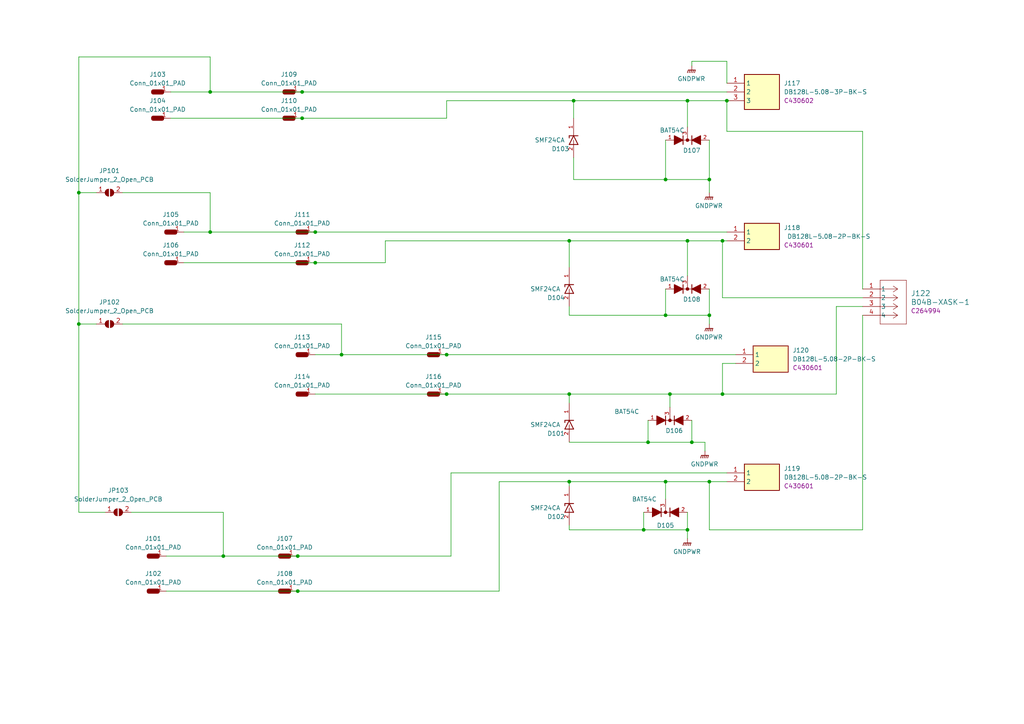
<source format=kicad_sch>
(kicad_sch (version 20230121) (generator eeschema)
  (paper "A4")
  (lib_symbols
    (symbol "PCB_Library:1729128"
      (property "Reference" "J" (at 16.51 7.62 0))
      (property "Value" "XY128V-A-5.08-2P" (at 16.51 5.08 0))
      (property "LCSC" "C557665" (at 8.89 6.35 0))
      (symbol "1729128_1_1"
        (rectangle (start 5.08 2.54) (end 15.24 -5.08) (stroke (width 0.254)) (fill (type background)))
        (pin passive line (at 0 0 0) (length 5.08) (name "1") (number "1"))
        (pin passive line (at 0 -2.54 0) (length 5.08) (name "2") (number "2"))
      )
    )
    (symbol "PCB_Library:B04B-XASK-1" (pin_names (offset 0.254))
      (property "Reference" "J" (at 8.89 6.35 0))
      (property "Value" "B04B-XASK-1" (at 2.54 10.16 0))
      (property "LCSC" "C264994" (at -5.08 3.81 0))
      (symbol "B04B-XASK-1_1_1"
        (polyline (pts (xy 5.08 -10.16) (xy 12.7 -10.16)) (stroke (width 0.127)))
        (polyline (pts (xy 5.08 2.54) (xy 5.08 -10.16)) (stroke (width 0.127)))
        (polyline (pts (xy 10.16 -7.62) (xy 5.08 -7.62)) (stroke (width 0.127)))
        (polyline (pts (xy 10.16 -7.62) (xy 8.89 -8.4667)) (stroke (width 0.127)))
        (polyline (pts (xy 10.16 -7.62) (xy 8.89 -6.7733)) (stroke (width 0.127)))
        (polyline (pts (xy 10.16 -5.08) (xy 5.08 -5.08)) (stroke (width 0.127)))
        (polyline (pts (xy 10.16 -5.08) (xy 8.89 -5.9267)) (stroke (width 0.127)))
        (polyline (pts (xy 10.16 -5.08) (xy 8.89 -4.2333)) (stroke (width 0.127)))
        (polyline (pts (xy 10.16 -2.54) (xy 5.08 -2.54)) (stroke (width 0.127)))
        (polyline (pts (xy 10.16 -2.54) (xy 8.89 -3.3867)) (stroke (width 0.127)))
        (polyline (pts (xy 10.16 -2.54) (xy 8.89 -1.6933)) (stroke (width 0.127)))
        (polyline (pts (xy 10.16 0) (xy 5.08 0)) (stroke (width 0.127)))
        (polyline (pts (xy 10.16 0) (xy 8.89 -0.8467)) (stroke (width 0.127)))
        (polyline (pts (xy 10.16 0) (xy 8.89 0.8467)) (stroke (width 0.127)))
        (polyline (pts (xy 12.7 -10.16) (xy 12.7 2.54)) (stroke (width 0.127)))
        (polyline (pts (xy 12.7 2.54) (xy 5.08 2.54)) (stroke (width 0.127)))
        (pin unspecified line (at 0 0 0) (length 5.08) (name "1") (number "1"))
        (pin unspecified line (at 0 -2.54 0) (length 5.08) (name "2") (number "2"))
        (pin unspecified line (at 0 -5.08 0) (length 5.08) (name "3") (number "3"))
        (pin unspecified line (at 0 -7.62 0) (length 5.08) (name "4") (number "4"))
      )
      (symbol "B04B-XASK-1_1_2"
        (polyline (pts (xy 5.08 -10.16) (xy 12.7 -10.16)) (stroke (width 0.127)))
        (polyline (pts (xy 5.08 2.54) (xy 5.08 -10.16)) (stroke (width 0.127)))
        (polyline (pts (xy 7.62 -7.62) (xy 5.08 -7.62)) (stroke (width 0.127)))
        (polyline (pts (xy 7.62 -7.62) (xy 8.89 -8.4667)) (stroke (width 0.127)))
        (polyline (pts (xy 7.62 -7.62) (xy 8.89 -6.7733)) (stroke (width 0.127)))
        (polyline (pts (xy 7.62 -5.08) (xy 5.08 -5.08)) (stroke (width 0.127)))
        (polyline (pts (xy 7.62 -5.08) (xy 8.89 -5.9267)) (stroke (width 0.127)))
        (polyline (pts (xy 7.62 -5.08) (xy 8.89 -4.2333)) (stroke (width 0.127)))
        (polyline (pts (xy 7.62 -2.54) (xy 5.08 -2.54)) (stroke (width 0.127)))
        (polyline (pts (xy 7.62 -2.54) (xy 8.89 -3.3867)) (stroke (width 0.127)))
        (polyline (pts (xy 7.62 -2.54) (xy 8.89 -1.6933)) (stroke (width 0.127)))
        (polyline (pts (xy 7.62 0) (xy 5.08 0)) (stroke (width 0.127)))
        (polyline (pts (xy 7.62 0) (xy 8.89 -0.8467)) (stroke (width 0.127)))
        (polyline (pts (xy 7.62 0) (xy 8.89 0.8467)) (stroke (width 0.127)))
        (polyline (pts (xy 12.7 -10.16) (xy 12.7 2.54)) (stroke (width 0.127)))
        (polyline (pts (xy 12.7 2.54) (xy 5.08 2.54)) (stroke (width 0.127)))
        (pin unspecified line (at 0 0 0) (length 5.08) (name "1") (number "1"))
        (pin unspecified line (at 0 -2.54 0) (length 5.08) (name "2") (number "2"))
        (pin unspecified line (at 0 -5.08 0) (length 5.08) (name "3") (number "3"))
        (pin unspecified line (at 0 -7.62 0) (length 5.08) (name "4") (number "4"))
      )
    )
    (symbol "PCB_Library:BAT54C" (pin_names (offset 1.016))
      (property "Reference" "D" (at 6.35 5.08 0))
      (property "Value" "BAT54C" (at 5.08 -5.08 0))
      (symbol "BAT54C_0_0"
        (polyline (pts (xy -1.27 -1.27) (xy 1.27 -1.27)) (stroke (width 0.254)))
        (polyline (pts (xy 0 1.27) (xy -1.27 1.27)) (stroke (width 0.254)))
        (polyline (pts (xy 0 1.27) (xy 0 -1.27)) (stroke (width 0.1524)))
        (polyline (pts (xy 1.27 1.27) (xy 0 1.27)) (stroke (width 0.254)))
        (polyline (pts (xy -1.27 -3.81) (xy 0 -1.27) (xy 1.27 -3.81) (xy -1.27 -3.81)) (stroke (width 0.254)) (fill (type outline)))
        (polyline (pts (xy -1.27 3.81) (xy 1.27 3.81) (xy 0 1.27) (xy -1.27 3.81)) (stroke (width 0.254)) (fill (type outline)))
        (circle (center 0 0) (radius 0.254) (stroke (width 0.508)))
        (pin passive line (at 0 6.35 270) (length 2.54) (name "~") (number "1"))
        (pin passive line (at 0 -6.35 90) (length 2.54) (name "~") (number "2"))
        (pin passive line (at 3.81 0 180) (length 3.54) (name "~") (number "3"))
      )
    )
    (symbol "PCB_Library:Conn_01x01_PAD" (pin_names (offset 1.016) hide)
      (property "Reference" "J" (at 0 2.54 0))
      (property "Value" "Conn_01x01_PAD" (at 1.27 -3.81 0))
      (symbol "Conn_01x01_PAD_1_1"
        (polyline (pts (xy 1.27 0) (xy 0.8636 0)) (stroke (width 0.1524)))
        (rectangle (start 0 0.127) (end 2.54 -0.127) (stroke (width 1.2192)) (fill (type outline)))
        (pin passive line (at 5.08 0 180) (length 3.81) (name "Pin_1") (number "1"))
      )
    )
    (symbol "PCB_Library:SMBJ24A" (pin_names (offset 1.016))
      (property "Reference" "D" (at -5.0835 2.4159 0))
      (property "Value" "SMBJ24A" (at -5.0854 -4.9611 0))
      (symbol "SMBJ24A_0_0"
        (polyline (pts (xy -1.27 -1.27) (xy -1.27 0)) (stroke (width 0.254)))
        (polyline (pts (xy -1.27 0) (xy -1.27 1.27)) (stroke (width 0.254)))
        (polyline (pts (xy -1.27 0) (xy 1.27 -1.27)) (stroke (width 0.254)))
        (polyline (pts (xy -0.635 -1.27) (xy -1.27 -1.27)) (stroke (width 0.254)))
        (polyline (pts (xy 1.27 -1.27) (xy 1.27 1.27)) (stroke (width 0.254)))
        (polyline (pts (xy 1.27 1.27) (xy -1.27 0)) (stroke (width 0.254)))
      )
      (symbol "SMBJ24A_1_0"
        (pin passive line (at -6.35 0 0) (length 5.08) (name "~") (number "1"))
        (pin passive line (at 5.08 0 180) (length 5.08) (name "~") (number "2"))
      )
    )
    (symbol "PCB_Library:SolderJumper_2_Open" (pin_names (offset 0) hide)
      (property "Reference" "JP" (at 0 2.032 0))
      (property "Value" "SolderJumper_2_Open_PCB" (at 0 -2.54 0))
      (symbol "SolderJumper_2_Open_0_1"
        (arc (start -0.254 1.016) (mid -1.2656 0) (end -0.254 -1.016))
        (arc (start -0.254 1.016) (mid -1.2656 0) (end -0.254 -1.016) (fill (type outline)))
        (polyline (pts (xy -0.254 1.016) (xy -0.254 -1.016)))
        (polyline (pts (xy 0.254 1.016) (xy 0.254 -1.016)))
        (arc (start 0.254 -1.016) (mid 1.2656 0) (end 0.254 1.016))
        (arc (start 0.254 -1.016) (mid 1.2656 0) (end 0.254 1.016) (fill (type outline)))
      )
      (symbol "SolderJumper_2_Open_1_1"
        (pin passive line (at -3.81 0 0) (length 2.54) (name "A") (number "1"))
        (pin passive line (at 3.81 0 180) (length 2.54) (name "B") (number "2"))
      )
    )
    (symbol "PCB_Library:XY128V-A-5.08-3P"
      (property "Reference" "J" (at 16.51 7.62 0))
      (property "Value" "XY128V-A-5.08-3P" (at 16.51 5.08 0))
      (property "LCSC" "C557666" (at 8.89 6.35 0))
      (symbol "XY128V-A-5.08-3P_1_1"
        (rectangle (start 5.08 2.54) (end 15.24 -7.62) (stroke (width 0.254)) (fill (type background)))
        (pin passive line (at 0 0 0) (length 5.08) (name "1") (number "1"))
        (pin passive line (at 0 -2.54 0) (length 5.08) (name "2") (number "2"))
        (pin passive line (at 0 -5.08 0) (length 5.08) (name "3") (number "3"))
      )
    )
    (symbol "power:GNDPWR" (power) (pin_names (offset 0))
      (property "Value" "GNDPWR" (at 0 -3.302 0))
      (symbol "GNDPWR_0_1"
        (polyline (pts (xy 0 -1.27) (xy 0 0)))
        (polyline (pts (xy -1.016 -1.27) (xy -1.27 -2.032) (xy -1.27 -2.032)) (stroke (width 0.2032)))
        (polyline (pts (xy -0.508 -1.27) (xy -0.762 -2.032) (xy -0.762 -2.032)) (stroke (width 0.2032)))
        (polyline (pts (xy 0 -1.27) (xy -0.254 -2.032) (xy -0.254 -2.032)) (stroke (width 0.2032)))
        (polyline (pts (xy 0.508 -1.27) (xy 0.254 -2.032) (xy 0.254 -2.032)) (stroke (width 0.2032)))
        (polyline (pts (xy 1.016 -1.27) (xy -1.016 -1.27) (xy -1.016 -1.27)) (stroke (width 0.2032)))
        (polyline (pts (xy 1.016 -1.27) (xy 0.762 -2.032) (xy 0.762 -2.032) (xy 0.762 -2.032)) (stroke (width 0.2032)))
      )
      (symbol "GNDPWR_1_1"
        (pin power_in line (at 0 0 270) (length 0) hide (name "GNDPWR") (number "1"))
      )
    )
  )
  (junction (at 87.63 34.29))
  (junction (at 193.04 91.44))
  (junction (at 22.86 55.88))
  (junction (at 205.74 52.07))
  (junction (at 60.96 67.31))
  (junction (at 194.31 114.3))
  (junction (at 209.55 114.3))
  (junction (at 86.36 161.29))
  (junction (at 22.86 93.98))
  (junction (at 64.77 161.29))
  (junction (at 165.1 139.7))
  (junction (at 129.54 102.87))
  (junction (at 199.39 29.21))
  (junction (at 91.44 76.2))
  (junction (at 99.06 102.87))
  (junction (at 200.66 128.27))
  (junction (at 86.36 171.45))
  (junction (at 205.74 91.44))
  (junction (at 199.39 153.67))
  (junction (at 199.39 69.85))
  (junction (at 165.1 69.85))
  (junction (at 87.63 26.67))
  (junction (at 129.54 114.3))
  (junction (at 187.96 128.27))
  (junction (at 60.96 26.67))
  (junction (at 193.04 52.07))
  (junction (at 209.55 69.85))
  (junction (at 186.69 153.67))
  (junction (at 165.1 114.3))
  (junction (at 205.74 139.7))
  (junction (at 210.82 29.21))
  (junction (at 193.04 139.7))
  (junction (at 166.37 29.21))
  (junction (at 91.44 67.31))
  (wire (pts (xy 130.81 137.16) (xy 210.82 137.16)))
  (wire (pts (xy 250.19 86.36) (xy 209.55 86.36)))
  (wire (pts (xy 209.55 105.41) (xy 209.55 114.3)))
  (wire (pts (xy 22.86 148.59) (xy 22.86 93.98)))
  (wire (pts (xy 130.81 161.29) (xy 130.81 137.16)))
  (wire (pts (xy 194.31 114.3) (xy 194.31 118.11)))
  (wire (pts (xy 165.1 152.4) (xy 165.1 153.67)))
  (wire (pts (xy 22.86 93.98) (xy 27.94 93.98)))
  (wire (pts (xy 165.1 153.67) (xy 186.69 153.67)))
  (wire (pts (xy 111.76 69.85) (xy 111.76 76.2)))
  (wire (pts (xy 199.39 69.85) (xy 209.55 69.85)))
  (wire (pts (xy 165.1 91.44) (xy 165.1 88.9)))
  (wire (pts (xy 193.04 91.44) (xy 205.74 91.44)))
  (wire (pts (xy 166.37 52.07) (xy 193.04 52.07)))
  (wire (pts (xy 99.06 102.87) (xy 129.54 102.87)))
  (wire (pts (xy 111.76 69.85) (xy 165.1 69.85)))
  (wire (pts (xy 209.55 69.85) (xy 210.82 69.85)))
  (wire (pts (xy 200.66 121.92) (xy 200.66 128.27)))
  (wire (pts (xy 242.57 114.3) (xy 242.57 88.9)))
  (wire (pts (xy 87.63 26.67) (xy 210.82 26.67)))
  (wire (pts (xy 129.54 29.21) (xy 129.54 34.29)))
  (wire (pts (xy 166.37 45.72) (xy 166.37 52.07)))
  (wire (pts (xy 204.47 128.27) (xy 200.66 128.27)))
  (wire (pts (xy 209.55 114.3) (xy 242.57 114.3)))
  (wire (pts (xy 144.78 139.7) (xy 144.78 171.45)))
  (wire (pts (xy 200.66 17.78) (xy 210.82 17.78)))
  (wire (pts (xy 199.39 148.59) (xy 199.39 153.67)))
  (wire (pts (xy 49.53 34.29) (xy 87.63 34.29)))
  (wire (pts (xy 205.74 83.82) (xy 205.74 91.44)))
  (wire (pts (xy 205.74 139.7) (xy 210.82 139.7)))
  (wire (pts (xy 193.04 139.7) (xy 205.74 139.7)))
  (wire (pts (xy 60.96 67.31) (xy 91.44 67.31)))
  (wire (pts (xy 165.1 114.3) (xy 165.1 116.84)))
  (wire (pts (xy 91.44 76.2) (xy 111.76 76.2)))
  (wire (pts (xy 129.54 29.21) (xy 166.37 29.21)))
  (wire (pts (xy 91.44 67.31) (xy 210.82 67.31)))
  (wire (pts (xy 209.55 105.41) (xy 213.36 105.41)))
  (wire (pts (xy 210.82 38.1) (xy 250.19 38.1)))
  (wire (pts (xy 35.56 55.88) (xy 60.96 55.88)))
  (wire (pts (xy 193.04 40.64) (xy 193.04 52.07)))
  (wire (pts (xy 166.37 29.21) (xy 199.39 29.21)))
  (wire (pts (xy 199.39 156.21) (xy 199.39 153.67)))
  (wire (pts (xy 30.48 148.59) (xy 22.86 148.59)))
  (wire (pts (xy 194.31 114.3) (xy 209.55 114.3)))
  (wire (pts (xy 242.57 88.9) (xy 250.19 88.9)))
  (wire (pts (xy 165.1 114.3) (xy 194.31 114.3)))
  (wire (pts (xy 64.77 148.59) (xy 64.77 161.29)))
  (wire (pts (xy 87.63 34.29) (xy 129.54 34.29)))
  (wire (pts (xy 205.74 153.67) (xy 250.19 153.67)))
  (wire (pts (xy 209.55 86.36) (xy 209.55 69.85)))
  (wire (pts (xy 205.74 40.64) (xy 205.74 52.07)))
  (wire (pts (xy 129.54 114.3) (xy 165.1 114.3)))
  (wire (pts (xy 53.34 67.31) (xy 60.96 67.31)))
  (wire (pts (xy 165.1 128.27) (xy 187.96 128.27)))
  (wire (pts (xy 187.96 121.92) (xy 187.96 128.27)))
  (wire (pts (xy 99.06 93.98) (xy 99.06 102.87)))
  (wire (pts (xy 165.1 139.7) (xy 193.04 139.7)))
  (wire (pts (xy 144.78 139.7) (xy 165.1 139.7)))
  (wire (pts (xy 187.96 128.27) (xy 200.66 128.27)))
  (wire (pts (xy 210.82 29.21) (xy 210.82 38.1)))
  (wire (pts (xy 22.86 55.88) (xy 22.86 93.98)))
  (wire (pts (xy 165.1 139.7) (xy 165.1 140.97)))
  (wire (pts (xy 205.74 139.7) (xy 205.74 153.67)))
  (wire (pts (xy 205.74 55.88) (xy 205.74 52.07)))
  (wire (pts (xy 22.86 16.51) (xy 60.96 16.51)))
  (wire (pts (xy 186.69 148.59) (xy 186.69 153.67)))
  (wire (pts (xy 250.19 153.67) (xy 250.19 91.44)))
  (wire (pts (xy 210.82 17.78) (xy 210.82 24.13)))
  (wire (pts (xy 60.96 55.88) (xy 60.96 67.31)))
  (wire (pts (xy 27.94 55.88) (xy 22.86 55.88)))
  (wire (pts (xy 165.1 91.44) (xy 193.04 91.44)))
  (wire (pts (xy 60.96 26.67) (xy 87.63 26.67)))
  (wire (pts (xy 60.96 16.51) (xy 60.96 26.67)))
  (wire (pts (xy 193.04 139.7) (xy 193.04 144.78)))
  (wire (pts (xy 86.36 161.29) (xy 130.81 161.29)))
  (wire (pts (xy 129.54 102.87) (xy 213.36 102.87)))
  (wire (pts (xy 48.26 161.29) (xy 64.77 161.29)))
  (wire (pts (xy 199.39 29.21) (xy 210.82 29.21)))
  (wire (pts (xy 64.77 161.29) (xy 86.36 161.29)))
  (wire (pts (xy 186.69 153.67) (xy 199.39 153.67)))
  (wire (pts (xy 35.56 93.98) (xy 99.06 93.98)))
  (wire (pts (xy 250.19 38.1) (xy 250.19 83.82)))
  (wire (pts (xy 22.86 16.51) (xy 22.86 55.88)))
  (wire (pts (xy 204.47 130.81) (xy 204.47 128.27)))
  (wire (pts (xy 48.26 171.45) (xy 86.36 171.45)))
  (wire (pts (xy 165.1 69.85) (xy 199.39 69.85)))
  (wire (pts (xy 199.39 29.21) (xy 199.39 36.83)))
  (wire (pts (xy 205.74 93.98) (xy 205.74 91.44)))
  (wire (pts (xy 53.34 76.2) (xy 91.44 76.2)))
  (wire (pts (xy 193.04 52.07) (xy 205.74 52.07)))
  (wire (pts (xy 144.78 171.45) (xy 86.36 171.45)))
  (wire (pts (xy 200.66 17.78) (xy 200.66 19.05)))
  (wire (pts (xy 91.44 114.3) (xy 129.54 114.3)))
  (wire (pts (xy 165.1 69.85) (xy 165.1 77.47)))
  (wire (pts (xy 199.39 69.85) (xy 199.39 80.01)))
  (wire (pts (xy 193.04 83.82) (xy 193.04 91.44)))
  (wire (pts (xy 166.37 29.21) (xy 166.37 34.29)))
  (wire (pts (xy 91.44 102.87) (xy 99.06 102.87)))
  (wire (pts (xy 38.1 148.59) (xy 64.77 148.59)))
  (wire (pts (xy 49.53 26.67) (xy 60.96 26.67)))
  (symbol (lib_id "PCB_Library:Conn_01x01_PAD") (at 124.46 114.3 0) (unit 1)
    (property "Reference" "J116" (at 125.73 109.22 0))
    (property "Value" "Conn_01x01_PAD" (at 125.73 111.76 0))
    (property "Footprint" "PCB_FOOTPRINT_Library:Conn_pin_PLC" (effects hide))
  )
  (symbol (lib_id "PCB_Library:SolderJumper_2_Open") (at 34.29 148.59 0) (unit 1)
    (property "Reference" "JP103" (at 34.29 142.24 0))
    (property "Value" "SolderJumper_2_Open_PCB" (at 34.29 144.78 0))
    (property "Footprint" "PCB_FOOTPRINT_Library:SolderJumper-2_P2.6mm_Open_RoundedPad2.0x3mm" (effects hide))
  )
  (symbol (lib_id "PCB_Library:SMBJ24A") (at 166.37 40.64 270) (unit 1)
    (property "Reference" "D103" (at 165.1 43.18 90) (effects (justify right)))
    (property "Value" "SMF24CA" (at 163.83 40.64 90) (effects (justify right)))
    (property "Footprint" "Diode_SMD:D_SOD-123F" (effects hide))
    (property "Datasheet" "https://jlcpcb.com/partdetail/Hongjiacheng-SMF24CA/C19077515" (effects hide))
    (property "MAXIMUM_PACKAGE_HEIGHT" "2.65 mm" (effects hide))
    (property "MANUFACTURER" "hongjiacheng" (effects hide))
    (property "STANDARD" "IPC-7351B" (effects hide))
    (property "LCSC" "C19077515" (effects hide))
  )
  (symbol (lib_id "PCB_Library:1729128") (at 210.82 137.16 0) (unit 1)
    (property "Reference" "J119" (at 227.33 135.89 0) (effects (justify left)))
    (property "Value" "DB128L-5.08-2P-BK-S" (at 227.33 138.43 0) (effects (justify left)))
    (property "Footprint" "PCB_FOOTPRINT_Library:1729128" (effects hide))
    (property "Datasheet" "https://jlcpcb.com/partdetail/581028-XY128V_A_5_082P/C557665" (effects hide))
    (property "Height" "10.15" (effects hide))
    (property "Mouser Part Number" "651-1729128" (effects hide))
    (property "LCSC" "C430601" (at 227.33 140.97 0) (effects (justify left)))
  )
  (symbol (lib_id "PCB_Library:SolderJumper_2_Open") (at 31.75 55.88 0) (unit 1)
    (property "Reference" "JP101" (at 31.75 49.53 0))
    (property "Value" "SolderJumper_2_Open_PCB" (at 31.75 52.07 0))
    (property "Footprint" "PCB_FOOTPRINT_Library:SolderJumper-2_P2.6mm_Open_RoundedPad2.0x3mm" (effects hide))
  )
  (symbol (lib_id "PCB_Library:1729128") (at 210.82 67.31 0) (unit 1)
    (property "Reference" "J118" (at 227.33 66.04 0) (effects (justify left)))
    (property "Value" " DB128L-5.08-2P-BK-S" (at 227.33 68.58 0) (effects (justify left)))
    (property "Footprint" "PCB_FOOTPRINT_Library:1729128" (effects hide))
    (property "Datasheet" "https://jlcpcb.com/partdetail/581028-XY128V_A_5_082P/C557665" (effects hide))
    (property "Height" "10.15" (effects hide))
    (property "Mouser Part Number" "651-1729128" (effects hide))
    (property "LCSC" "C430601" (at 227.33 71.12 0) (effects (justify left)))
  )
  (symbol (lib_id "PCB_Library:SMBJ24A") (at 165.1 83.82 270) (unit 1)
    (property "Reference" "D104" (at 163.83 86.36 90) (effects (justify right)))
    (property "Value" "SMF24CA" (at 162.56 83.82 90) (effects (justify right)))
    (property "Footprint" "Diode_SMD:D_SOD-123F" (effects hide))
    (property "Datasheet" "https://jlcpcb.com/partdetail/Hongjiacheng-SMF24CA/C19077515" (effects hide))
    (property "MAXIMUM_PACKAGE_HEIGHT" "2.65 mm" (effects hide))
    (property "MANUFACTURER" "hongjiacheng" (effects hide))
    (property "STANDARD" "IPC-7351B" (effects hide))
    (property "LCSC" "C19077515" (effects hide))
  )
  (symbol (lib_id "power:GNDPWR") (at 199.39 156.21 0) (unit 1)
    (property "Reference" "#PWR0105" (effects hide))
    (property "Value" "GNDPWR" (at 199.263 160.02 0))
  )
  (symbol (lib_id "power:GNDPWR") (at 204.47 130.81 0) (unit 1)
    (property "Reference" "#PWR0103" (effects hide))
    (property "Value" "GNDPWR" (at 204.343 134.62 0))
  )
  (symbol (lib_id "power:GNDPWR") (at 205.74 93.98 0) (unit 1)
    (property "Reference" "#PWR0104" (effects hide))
    (property "Value" "GNDPWR" (at 205.613 97.79 0))
  )
  (symbol (lib_id "PCB_Library:B04B-XASK-1") (at 250.19 83.82 0) (unit 1)
    (property "Reference" "J122" (at 264.16 85.09 0) (effects (font (size 1.524 1.524)) (justify left)))
    (property "Value" "B04B-XASK-1" (at 264.16 87.63 0) (effects (font (size 1.524 1.524)) (justify left)))
    (property "Footprint" "PCB_FOOTPRINT_Library:CONN_B04B-XASK-1_JST" (effects hide))
    (property "Datasheet" "B04B-XASK-1" (effects hide))
    (property "LCSC" "C264994" (at 264.16 90.17 0) (effects (justify left)))
  )
  (symbol (lib_id "PCB_Library:Conn_01x01_PAD") (at 82.55 26.67 0) (unit 1)
    (property "Reference" "J109" (at 83.82 21.59 0))
    (property "Value" "Conn_01x01_PAD" (at 83.82 24.13 0))
    (property "Footprint" "PCB_FOOTPRINT_Library:Conn_pin_PLC" (effects hide))
  )
  (symbol (lib_id "PCB_Library:Conn_01x01_PAD") (at 81.28 171.45 0) (unit 1)
    (property "Reference" "J108" (at 82.55 166.37 0))
    (property "Value" "Conn_01x01_PAD" (at 82.55 168.91 0))
    (property "Footprint" "PCB_FOOTPRINT_Library:Conn_pin_PLC" (effects hide))
  )
  (symbol (lib_id "power:GNDPWR") (at 200.66 19.05 0) (unit 1)
    (property "Reference" "#PWR0101" (effects hide))
    (property "Value" "GNDPWR" (at 200.533 22.86 0))
  )
  (symbol (lib_id "power:GNDPWR") (at 205.74 55.88 0) (unit 1)
    (property "Reference" "#PWR0102" (effects hide))
    (property "Value" "GNDPWR" (at 205.613 59.69 0))
  )
  (symbol (lib_id "PCB_Library:Conn_01x01_PAD") (at 86.36 114.3 0) (unit 1)
    (property "Reference" "J114" (at 87.63 109.22 0))
    (property "Value" "Conn_01x01_PAD" (at 87.63 111.76 0))
    (property "Footprint" "PCB_FOOTPRINT_Library:Conn_pin_PLC" (effects hide))
  )
  (symbol (lib_id "PCB_Library:Conn_01x01_PAD") (at 43.18 161.29 0) (unit 1)
    (property "Reference" "J101" (at 44.45 156.21 0))
    (property "Value" "Conn_01x01_PAD" (at 44.45 158.75 0))
    (property "Footprint" "PCB_FOOTPRINT_Library:Conn_pin_PLC" (effects hide))
  )
  (symbol (lib_id "PCB_Library:Conn_01x01_PAD") (at 81.28 161.29 0) (unit 1)
    (property "Reference" "J107" (at 82.55 156.21 0))
    (property "Value" "Conn_01x01_PAD" (at 82.55 158.75 0))
    (property "Footprint" "PCB_FOOTPRINT_Library:Conn_pin_PLC" (effects hide))
  )
  (symbol (lib_id "PCB_Library:SMBJ24A") (at 165.1 147.32 270) (unit 1)
    (property "Reference" "D102" (at 163.83 149.86 90) (effects (justify right)))
    (property "Value" "SMF24CA" (at 162.56 147.32 90) (effects (justify right)))
    (property "Footprint" "Diode_SMD:D_SOD-123F" (effects hide))
    (property "Datasheet" "https://jlcpcb.com/partdetail/Hongjiacheng-SMF24CA/C19077515" (effects hide))
    (property "MAXIMUM_PACKAGE_HEIGHT" "2.65 mm" (effects hide))
    (property "MANUFACTURER" "hongjiacheng" (effects hide))
    (property "STANDARD" "IPC-7351B" (effects hide))
    (property "LCSC" "C19077515" (effects hide))
  )
  (symbol (lib_id "PCB_Library:Conn_01x01_PAD") (at 86.36 102.87 0) (unit 1)
    (property "Reference" "J113" (at 87.63 97.79 0))
    (property "Value" "Conn_01x01_PAD" (at 87.63 100.33 0))
    (property "Footprint" "PCB_FOOTPRINT_Library:Conn_pin_PLC" (effects hide))
  )
  (symbol (lib_id "PCB_Library:BAT54C") (at 194.31 121.92 90) (unit 1)
    (property "Reference" "D106" (at 198.12 124.9172 90) (effects (justify left)))
    (property "Value" "BAT54C" (at 185.42 119.38 90) (effects (justify left)))
    (property "Footprint" "Package_TO_SOT_SMD:SOT-23" (effects hide))
    (property "Datasheet" "https://datasheet.lcsc.com/lcsc/1811141223_Nexperia-BAT54C-215_C37704.pdf" (effects hide))
    (property "LCSC" "C37704" (effects hide))
    (property "MAX_TEMP" "150 C" (effects hide))
  )
  (symbol (lib_id "PCB_Library:Conn_01x01_PAD") (at 44.45 34.29 0) (unit 1)
    (property "Reference" "J104" (at 45.72 29.21 0))
    (property "Value" "Conn_01x01_PAD" (at 45.72 31.75 0))
    (property "Footprint" "PCB_FOOTPRINT_Library:Conn_pin_PLC" (effects hide))
  )
  (symbol (lib_id "PCB_Library:Conn_01x01_PAD") (at 43.18 171.45 0) (unit 1)
    (property "Reference" "J102" (at 44.45 166.37 0))
    (property "Value" "Conn_01x01_PAD" (at 44.45 168.91 0))
    (property "Footprint" "PCB_FOOTPRINT_Library:Conn_pin_PLC" (effects hide))
  )
  (symbol (lib_id "PCB_Library:BAT54C") (at 199.39 40.64 90) (unit 1)
    (property "Reference" "D107" (at 203.2 43.6372 90) (effects (justify left)))
    (property "Value" "BAT54C" (at 198.5772 37.7952 90) (effects (justify left)))
    (property "Footprint" "Package_TO_SOT_SMD:SOT-23" (effects hide))
    (property "Datasheet" "https://datasheet.lcsc.com/lcsc/1811141223_Nexperia-BAT54C-215_C37704.pdf" (effects hide))
    (property "LCSC" "C37704" (effects hide))
    (property "MAX_TEMP" "150 C" (effects hide))
  )
  (symbol (lib_id "PCB_Library:XY128V-A-5.08-3P") (at 210.82 24.13 0) (unit 1)
    (property "Reference" "J117" (at 227.33 24.13 0) (effects (justify left)))
    (property "Value" "DB128L-5.08-3P-BK-S" (at 227.33 26.67 0) (effects (justify left)))
    (property "Footprint" "PCB_FOOTPRINT_Library:XY128V-A-5.08-3P" (effects hide))
    (property "Datasheet" "https://jlcpcb.com/partdetail/581029-XY128V_A_5_083P/C557666" (effects hide))
    (property "Height" "10.15" (effects hide))
    (property "LCSC" "C430602" (at 227.33 29.21 0) (effects (justify left)))
  )
  (symbol (lib_id "PCB_Library:1729128") (at 213.36 102.87 0) (unit 1)
    (property "Reference" "J120" (at 229.87 101.6 0) (effects (justify left)))
    (property "Value" "DB128L-5.08-2P-BK-S" (at 229.87 104.14 0) (effects (justify left)))
    (property "Footprint" "PCB_FOOTPRINT_Library:1729128" (effects hide))
    (property "Datasheet" "https://jlcpcb.com/partdetail/581028-XY128V_A_5_082P/C557665" (effects hide))
    (property "Height" "10.15" (effects hide))
    (property "Mouser Part Number" "651-1729128" (effects hide))
    (property "LCSC" "C430601" (at 229.87 106.68 0) (effects (justify left)))
  )
  (symbol (lib_id "PCB_Library:BAT54C") (at 193.04 148.59 90) (unit 1)
    (property "Reference" "D105" (at 195.58 152.4 90) (effects (justify left)))
    (property "Value" "BAT54C" (at 190.5 144.78 90) (effects (justify left)))
    (property "Footprint" "Package_TO_SOT_SMD:SOT-23" (effects hide))
    (property "Datasheet" "https://datasheet.lcsc.com/lcsc/1811141223_Nexperia-BAT54C-215_C37704.pdf" (effects hide))
    (property "LCSC" "C37704" (effects hide))
    (property "MAX_TEMP" "150 C" (effects hide))
  )
  (symbol (lib_id "PCB_Library:Conn_01x01_PAD") (at 48.26 76.2 0) (unit 1)
    (property "Reference" "J106" (at 49.53 71.12 0))
    (property "Value" "Conn_01x01_PAD" (at 49.53 73.66 0))
    (property "Footprint" "PCB_FOOTPRINT_Library:Conn_pin_PLC" (effects hide))
  )
  (symbol (lib_id "PCB_Library:SMBJ24A") (at 165.1 123.19 270) (unit 1)
    (property "Reference" "D101" (at 163.83 125.73 90) (effects (justify right)))
    (property "Value" "SMF24CA" (at 162.56 123.19 90) (effects (justify right)))
    (property "Footprint" "Diode_SMD:D_SOD-123F" (effects hide))
    (property "Datasheet" "https://jlcpcb.com/partdetail/Hongjiacheng-SMF24CA/C19077515" (effects hide))
    (property "MAXIMUM_PACKAGE_HEIGHT" "2.65 mm" (effects hide))
    (property "MANUFACTURER" "hongjiacheng" (effects hide))
    (property "STANDARD" "IPC-7351B" (effects hide))
    (property "LCSC" "C19077515" (effects hide))
  )
  (symbol (lib_id "PCB_Library:Conn_01x01_PAD") (at 124.46 102.87 0) (unit 1)
    (property "Reference" "J115" (at 125.73 97.79 0))
    (property "Value" "Conn_01x01_PAD" (at 125.73 100.33 0))
    (property "Footprint" "PCB_FOOTPRINT_Library:Conn_pin_PLC" (effects hide))
  )
  (symbol (lib_id "PCB_Library:Conn_01x01_PAD") (at 48.26 67.31 0) (unit 1)
    (property "Reference" "J105" (at 49.53 62.23 0))
    (property "Value" "Conn_01x01_PAD" (at 49.53 64.77 0))
    (property "Footprint" "PCB_FOOTPRINT_Library:Conn_pin_PLC" (effects hide))
  )
  (symbol (lib_id "PCB_Library:SolderJumper_2_Open") (at 31.75 93.98 0) (unit 1)
    (property "Reference" "JP102" (at 31.75 87.63 0))
    (property "Value" "SolderJumper_2_Open_PCB" (at 31.75 90.17 0))
    (property "Footprint" "PCB_FOOTPRINT_Library:SolderJumper-2_P2.6mm_Open_RoundedPad2.0x3mm" (effects hide))
  )
  (symbol (lib_id "PCB_Library:Conn_01x01_PAD") (at 86.36 76.2 0) (unit 1)
    (property "Reference" "J112" (at 87.63 71.12 0))
    (property "Value" "Conn_01x01_PAD" (at 87.63 73.66 0))
    (property "Footprint" "PCB_FOOTPRINT_Library:Conn_pin_PLC" (effects hide))
  )
  (symbol (lib_id "PCB_Library:Conn_01x01_PAD") (at 86.36 67.31 0) (unit 1)
    (property "Reference" "J111" (at 87.63 62.23 0))
    (property "Value" "Conn_01x01_PAD" (at 87.63 64.77 0))
    (property "Footprint" "PCB_FOOTPRINT_Library:Conn_pin_PLC" (effects hide))
  )
  (symbol (lib_id "PCB_Library:BAT54C") (at 199.39 83.82 90) (unit 1)
    (property "Reference" "D108" (at 203.2 86.8172 90) (effects (justify left)))
    (property "Value" "BAT54C" (at 198.5772 80.9752 90) (effects (justify left)))
    (property "Footprint" "Package_TO_SOT_SMD:SOT-23" (effects hide))
    (property "Datasheet" "https://datasheet.lcsc.com/lcsc/1811141223_Nexperia-BAT54C-215_C37704.pdf" (effects hide))
    (property "LCSC" "C37704" (effects hide))
    (property "MAX_TEMP" "150 C" (effects hide))
  )
  (symbol (lib_id "PCB_Library:Conn_01x01_PAD") (at 82.55 34.29 0) (unit 1)
    (property "Reference" "J110" (at 83.82 29.21 0))
    (property "Value" "Conn_01x01_PAD" (at 83.82 31.75 0))
    (property "Footprint" "PCB_FOOTPRINT_Library:Conn_pin_PLC" (effects hide))
  )
  (symbol (lib_id "PCB_Library:Conn_01x01_PAD") (at 44.45 26.67 0) (unit 1)
    (property "Reference" "J103" (at 45.72 21.59 0))
    (property "Value" "Conn_01x01_PAD" (at 45.72 24.13 0))
    (property "Footprint" "PCB_FOOTPRINT_Library:Conn_pin_PLC" (effects hide))
  )
)
</source>
